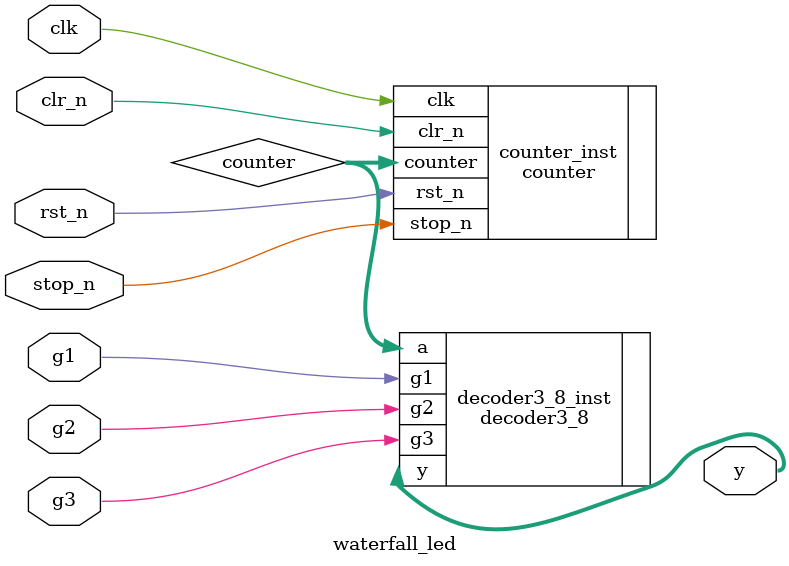
<source format=v>
module  waterfall_led(
        //system signals
        input                  clk                      ,
        input                  rst_n                    ,
        //使能及输入
        input                  g1                       ,
        input                  g2                       ,
        input                  g3                       ,
		input				   clr_n					,
		input				   stop_n					,
        output  wire  [ 7: 0]  y 
);
//=====================================================================\
// ********** Define Parameter and Internal Signals *************
//=====================================================================/
wire    [ 2: 0]                counter                          ;

//======================================================================
// ***************      Main    Code    ****************
//======================================================================

counter counter_inst(
		//system signals
        .clk                    (clk                    ),
        .rst_n                  (rst_n                  ),
		//function key
        .clr_n                  (clr_n                  ),
        .stop_n                 (stop_n                 ),
		//led output
        .counter                (counter                )
);

decoder3_8  decoder3_8_inst(
        .a                      (counter                ),//输入端口a,[2:0]表示位宽
        .g1                     (g1                     ),
        .g2                     (g2                     ),
        .g3                     (g3                     ),
        .y                      (y                      )//输出端口y，[7:0]表示位宽
);


endmodule

</source>
